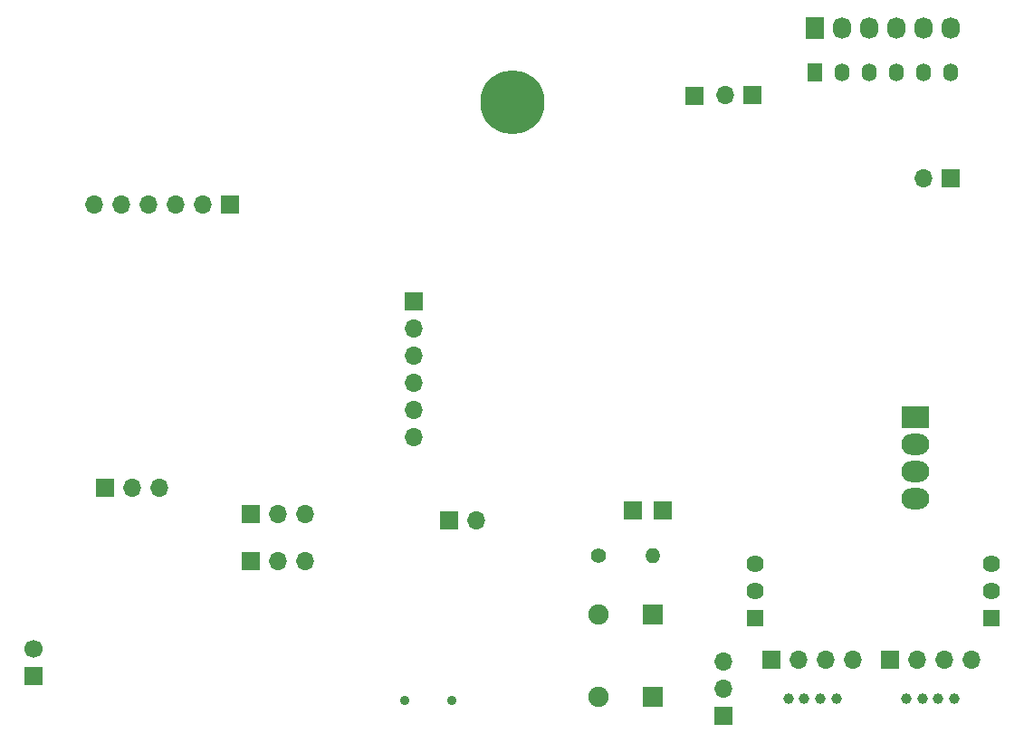
<source format=gbr>
G04 #@! TF.FileFunction,Soldermask,Bot*
%FSLAX46Y46*%
G04 Gerber Fmt 4.6, Leading zero omitted, Abs format (unit mm)*
G04 Created by KiCad (PCBNEW 4.0.4-stable) date 12/06/17 08:33:33*
%MOMM*%
%LPD*%
G01*
G04 APERTURE LIST*
%ADD10C,0.100000*%
%ADD11R,1.700000X1.700000*%
%ADD12C,1.700000*%
%ADD13R,1.905000X1.905000*%
%ADD14C,1.905000*%
%ADD15O,1.700000X1.700000*%
%ADD16C,1.400000*%
%ADD17O,1.400000X1.400000*%
%ADD18R,1.727200X2.032000*%
%ADD19O,1.727200X2.032000*%
%ADD20R,1.620000X1.620000*%
%ADD21C,1.620000*%
%ADD22C,1.000000*%
%ADD23R,2.600000X2.000000*%
%ADD24O,2.600000X2.000000*%
%ADD25R,1.400000X1.700000*%
%ADD26O,1.400000X1.700000*%
%ADD27C,6.000000*%
%ADD28C,0.900000*%
G04 APERTURE END LIST*
D10*
D11*
X60840000Y22270000D03*
D12*
X4750000Y9290000D03*
D11*
X4750000Y6730000D03*
D13*
X62650000Y4790000D03*
D14*
X57570000Y4790000D03*
D13*
X62640000Y12490000D03*
D14*
X57560000Y12490000D03*
D11*
X40325000Y41810000D03*
D15*
X40325000Y39270000D03*
X40325000Y36730000D03*
X40325000Y34190000D03*
X40325000Y31650000D03*
X40325000Y29110000D03*
D11*
X43650000Y21330000D03*
D15*
X46190000Y21330000D03*
D11*
X71980000Y61070000D03*
D15*
X69440000Y61070000D03*
D11*
X90500000Y53300000D03*
D15*
X87960000Y53300000D03*
D11*
X23150000Y50860000D03*
D15*
X20610000Y50860000D03*
X18070000Y50860000D03*
X15530000Y50860000D03*
X12990000Y50860000D03*
X10450000Y50860000D03*
D11*
X11420000Y24340000D03*
D15*
X13960000Y24340000D03*
X16500000Y24340000D03*
D11*
X66590000Y61050000D03*
X63560000Y22270000D03*
X69300000Y2990000D03*
D15*
X69300000Y5530000D03*
X69300000Y8070000D03*
D16*
X57570000Y18040000D03*
D17*
X62650000Y18040000D03*
D18*
X77810000Y67340000D03*
D19*
X80350000Y67340000D03*
X82890000Y67340000D03*
X85430000Y67340000D03*
X87970000Y67340000D03*
X90510000Y67340000D03*
D20*
X94290000Y12160000D03*
D21*
X94290000Y14700000D03*
X94290000Y17240000D03*
D20*
X72250000Y12140000D03*
D21*
X72250000Y14680000D03*
X72250000Y17220000D03*
D11*
X84850000Y8240000D03*
D15*
X87390000Y8240000D03*
X89930000Y8240000D03*
X92470000Y8240000D03*
D11*
X73730000Y8240000D03*
D15*
X76270000Y8240000D03*
X78810000Y8240000D03*
X81350000Y8240000D03*
D11*
X25110000Y17540000D03*
D15*
X27650000Y17540000D03*
X30190000Y17540000D03*
D11*
X25100000Y21940000D03*
D15*
X27640000Y21940000D03*
X30180000Y21940000D03*
D22*
X86375000Y4615000D03*
X87875000Y4615000D03*
X89375000Y4615000D03*
X90875000Y4615000D03*
X75325000Y4615000D03*
X76825000Y4615000D03*
X78325000Y4615000D03*
X79825000Y4615000D03*
D23*
X87200000Y30940000D03*
D24*
X87200000Y28400000D03*
X87200000Y25860000D03*
X87200000Y23320000D03*
D25*
X77800000Y63230000D03*
D26*
X80340000Y63230000D03*
X82880000Y63230000D03*
X85420000Y63230000D03*
X87960000Y63230000D03*
X90500000Y63230000D03*
D27*
X49510000Y60430000D03*
D28*
X39490000Y4490000D03*
X43890000Y4490000D03*
M02*

</source>
